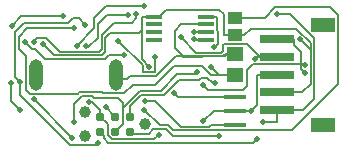
<source format=gbl>
G04*
G04 #@! TF.GenerationSoftware,Altium Limited,Altium Designer,21.6.4 (81)*
G04*
G04 Layer_Physical_Order=2*
G04 Layer_Color=16711680*
%FSLAX44Y44*%
%MOMM*%
G71*
G04*
G04 #@! TF.SameCoordinates,42E99185-249E-4A08-A5EB-3BBFC5BDC6E3*
G04*
G04*
G04 #@! TF.FilePolarity,Positive*
G04*
G01*
G75*
%ADD12C,0.1524*%
%ADD16R,2.9972X0.7112*%
%ADD29R,2.0066X1.1938*%
%ADD34C,0.9910*%
G04:AMPARAMS|DCode=35|XSize=1.147mm|YSize=2.667mm|CornerRadius=0.5735mm|HoleSize=0mm|Usage=FLASHONLY|Rotation=0.000|XOffset=0mm|YOffset=0mm|HoleType=Round|Shape=RoundedRectangle|*
%AMROUNDEDRECTD35*
21,1,1.1470,1.5200,0,0,0.0*
21,1,0.0000,2.6670,0,0,0.0*
1,1,1.1470,0.0000,-0.7600*
1,1,1.1470,0.0000,-0.7600*
1,1,1.1470,0.0000,0.7600*
1,1,1.1470,0.0000,0.7600*
%
%ADD35ROUNDEDRECTD35*%
%ADD36C,0.5080*%
%ADD37C,0.7870*%
%ADD38R,1.3082X1.0057*%
%ADD39R,1.4500X1.1500*%
%ADD40R,1.9000X0.4000*%
%ADD41R,1.3335X0.4318*%
D12*
X180566Y63450D02*
X193900D01*
X173736D02*
X180566D01*
X207264Y33020D02*
X212344Y38100D01*
X194310Y33020D02*
X207264D01*
X208026D01*
X149987Y78994D02*
X184150D01*
X144068D02*
X149987D01*
X150177Y78804D01*
X143256Y85725D02*
X149987Y78994D01*
X93690Y59617D02*
X102886D01*
X258318Y84328D02*
Y90297D01*
X99060Y35226D02*
Y39878D01*
Y21590D02*
Y35226D01*
X244348Y88646D02*
Y93500D01*
X250317Y72390D02*
Y82677D01*
Y67945D02*
Y72390D01*
X253238D01*
X209296D02*
X250317D01*
X212104Y78500D02*
X214870D01*
X18231Y102743D02*
X57658D01*
X11275Y95786D02*
X18231Y102743D01*
X11275Y85245D02*
Y95786D01*
Y85245D02*
X17018Y79502D01*
Y50800D02*
Y79502D01*
Y50800D02*
X20320Y47498D01*
X61085D01*
X62101Y48514D01*
X81355D01*
X82169Y47700D01*
X100419D01*
X107746Y55027D01*
X126557D01*
X142142Y70612D01*
X166574D01*
X173736Y63450D01*
Y70279D02*
X180566Y63450D01*
X159004Y100076D02*
X159460Y99620D01*
X169482D01*
Y112620D02*
X179070D01*
X179324Y89916D01*
X176276Y86868D02*
X179324Y89916D01*
X80010Y27940D02*
Y33274D01*
X72644Y40640D02*
X80010Y33274D01*
X70104Y40640D02*
X72644D01*
X186106Y80950D02*
X193900D01*
X184150Y78994D02*
X186106Y80950D01*
X127304Y62230D02*
X144068Y78994D01*
X105499Y62230D02*
X127304D01*
X102886Y59617D02*
X105499Y62230D01*
X93690Y59617D02*
Y63500D01*
X148506Y106120D02*
X169482D01*
X143256Y100870D02*
X148506Y106120D01*
X143256Y85725D02*
Y100870D01*
X150177Y78804D02*
X184150Y78994D01*
X193900Y80950D01*
X23563Y91254D02*
X26670Y94361D01*
X34485D01*
X45788Y83058D01*
X79248D01*
X81280Y85090D01*
Y96901D01*
X91985Y107606D01*
X106971D01*
X110490Y111125D01*
Y114554D01*
X250825Y48500D02*
X258318Y55993D01*
Y84328D01*
X249174Y93472D02*
X258318Y84328D01*
X115570Y112620D02*
X125159D01*
X115316Y76708D02*
X115570Y112620D01*
X115316Y76708D02*
X121666Y70358D01*
X84836Y35814D02*
X92710Y27940D01*
X229870Y114554D02*
X241046D01*
X261366Y94234D01*
Y43250D02*
Y94234D01*
X251616Y33500D02*
X261366Y43250D01*
X229870Y33500D02*
X251616D01*
X12192Y46355D02*
Y57658D01*
Y46355D02*
X54483Y4064D01*
X77216D01*
X78486Y5334D01*
X160274Y63754D02*
X162306Y65786D01*
X145288Y63754D02*
X160274D01*
X131064Y49530D02*
X145288Y63754D01*
X113364Y49530D02*
X131064D01*
X99060Y35226D02*
X113364Y49530D01*
X92710Y15240D02*
X99060Y21590D01*
X126492Y65786D02*
Y78232D01*
X126238Y65532D02*
X126492Y65786D01*
X116332Y65532D02*
X126238D01*
X116078Y65786D02*
X116332Y65532D01*
X116078Y65786D02*
Y71501D01*
X95123Y92456D02*
X116078Y71501D01*
X173992Y21020D02*
X194310D01*
X172400Y19428D02*
X173992Y21020D01*
X148063Y19428D02*
X172400D01*
X126089Y41402D02*
X148063Y19428D01*
X117602Y41402D02*
X126089D01*
X145928Y45020D02*
X194310D01*
X142748Y48200D02*
X145928Y45020D01*
X253238Y72390D02*
X253492Y72136D01*
X204216Y67310D02*
X209296Y72390D01*
X204216Y53975D02*
Y67310D01*
X200787Y50546D02*
X204216Y53975D01*
X171196Y50546D02*
X200787D01*
X167234Y54508D02*
X171196Y50546D01*
X250317Y67945D02*
X253492Y64770D01*
X244348Y88646D02*
X250317Y82677D01*
X229870Y93500D02*
X244348D01*
X210820Y77216D02*
X212104Y78500D01*
X68146Y87683D02*
Y88138D01*
Y87683D02*
X69215Y86614D01*
X69723D01*
X78105Y94996D01*
Y106680D01*
X85725Y114300D01*
X103886D01*
X60452Y88138D02*
X75057Y102743D01*
Y111601D01*
X85122Y121666D01*
X117094D01*
X117348Y33909D02*
X130683Y20574D01*
X137801D01*
X141995Y16380D01*
X242440D01*
X281432Y55372D01*
Y114046D01*
X274828Y120650D02*
X281432Y114046D01*
X228390Y120650D02*
X274828D01*
X219202Y111462D02*
X228390Y120650D01*
X193900Y111462D02*
X219202D01*
X87630Y80518D02*
X100076D01*
X84074Y76962D02*
X87630Y80518D01*
X33274Y76962D02*
X84074D01*
X25118Y85118D02*
X33274Y76962D01*
X21943Y85118D02*
X25118D01*
X16101Y90960D02*
X21943Y85118D01*
X5080Y105156D02*
X13208Y113284D01*
X48514D01*
X57912Y23876D02*
Y39116D01*
X64262Y45466D01*
X73152D01*
X74930Y43688D01*
X95250D01*
X99060Y39878D01*
X4700Y41391D02*
Y56768D01*
Y41391D02*
X12206Y33885D01*
X115316Y112366D02*
X115570Y112620D01*
X115316Y101600D02*
Y112366D01*
X112522Y98806D02*
X115316Y101600D01*
X88392Y98806D02*
X112522D01*
X84328Y94742D02*
X88392Y98806D01*
X84328Y82804D02*
Y94742D01*
X81534Y80010D02*
X84328Y82804D01*
X41021Y80010D02*
X81534D01*
X31496Y89535D02*
X41021Y80010D01*
X23622Y42672D02*
X56134Y10160D01*
X175324Y56201D02*
X176911D01*
X170688Y60837D02*
X175324Y56201D01*
X165100Y60837D02*
X170688D01*
X163576Y59313D02*
X165100Y60837D01*
X147013Y59313D02*
X163576D01*
X134095Y46395D02*
X147013Y59313D01*
X114540Y46395D02*
X134095D01*
X105410Y37265D02*
X114540Y46395D01*
X105410Y27940D02*
Y37265D01*
X209296Y5842D02*
X212852Y9398D01*
X86995Y5842D02*
X209296D01*
X83312Y9525D02*
X86995Y5842D01*
X83312Y9525D02*
Y11938D01*
X80010Y15240D02*
X83312Y11938D01*
X80010Y27940D02*
X86360Y21590D01*
Y12700D02*
Y21590D01*
Y12700D02*
X90170Y8890D01*
X125730D01*
X129540Y12700D01*
X141986Y11430D02*
X180400D01*
X135890Y17526D02*
X141986Y11430D01*
X124968Y17526D02*
X135890D01*
X120904Y13462D02*
X124968Y17526D01*
X107188Y13462D02*
X120904D01*
X105410Y15240D02*
X107188Y13462D01*
X148209Y95123D02*
X161290Y82042D01*
X182537D01*
X184150Y83655D01*
Y88900D01*
X184404Y89154D01*
X204216D01*
X214870Y78500D01*
X229870D01*
X8227Y61623D02*
X12192Y57658D01*
X8227Y61623D02*
Y99540D01*
X15875Y107188D01*
X52832D01*
X56896Y111252D01*
X61722D01*
X67056Y105918D01*
X212598Y63500D02*
X229870D01*
X212344Y63246D02*
X212598Y63500D01*
X212344Y38100D02*
Y63246D01*
X229870Y23876D02*
Y33500D01*
X229616Y23622D02*
X229870Y23876D01*
X217913Y23622D02*
X229616D01*
X184658Y96938D02*
X193900D01*
X184404Y97192D02*
X184658Y96938D01*
X184404Y97192D02*
Y115189D01*
X180975Y118618D02*
X184404Y115189D01*
X135792Y118618D02*
X180975D01*
X129794Y112620D02*
X135792Y118618D01*
X125159Y112620D02*
X129794D01*
X176022Y33020D02*
X194310D01*
X167386Y24384D02*
X176022Y33020D01*
X229870Y48500D02*
X250825D01*
X245999Y102616D02*
X258318Y90297D01*
X207608Y102616D02*
X245999D01*
X201930Y96938D02*
X207608Y102616D01*
X193900Y96938D02*
X201930D01*
X159864Y93120D02*
X169482D01*
X159512Y93472D02*
X159864Y93120D01*
D16*
X229870Y33500D02*
D03*
Y48500D02*
D03*
Y63500D02*
D03*
Y78500D02*
D03*
Y93500D02*
D03*
D29*
X268890Y21000D02*
D03*
Y106000D02*
D03*
D34*
X118110Y21590D02*
D03*
X67310Y11430D02*
D03*
Y31750D02*
D03*
D35*
X25690Y63500D02*
D03*
X93690D02*
D03*
D36*
X57658Y102743D02*
D03*
X173736Y70279D02*
D03*
X159004Y100076D02*
D03*
X176276Y86868D02*
D03*
X208026Y33020D02*
D03*
X70104Y40640D02*
D03*
X23563Y91254D02*
D03*
X110490Y114554D02*
D03*
X249174Y93472D02*
D03*
X121666Y70358D02*
D03*
X84836Y35814D02*
D03*
X229870Y114554D02*
D03*
X78486Y5334D02*
D03*
X162306Y65786D02*
D03*
X126492Y78232D02*
D03*
X95123Y92456D02*
D03*
X117602Y41402D02*
D03*
X142748Y48200D02*
D03*
X253492Y72136D02*
D03*
X167234Y54508D02*
D03*
X253492Y64770D02*
D03*
X210820Y77216D02*
D03*
X68146Y88138D02*
D03*
X103886Y114300D02*
D03*
X60452Y88138D02*
D03*
X117094Y121666D02*
D03*
X117348Y33909D02*
D03*
X100076Y80518D02*
D03*
X16101Y90960D02*
D03*
X5080Y105156D02*
D03*
X48514Y113284D02*
D03*
X57912Y23876D02*
D03*
X4700Y56768D02*
D03*
X12206Y33885D02*
D03*
X31496Y89535D02*
D03*
X23622Y42672D02*
D03*
X56134Y10160D02*
D03*
X176911Y56201D02*
D03*
X212852Y9398D02*
D03*
X129540Y12700D02*
D03*
X180400Y11430D02*
D03*
X148209Y95123D02*
D03*
X12192Y57658D02*
D03*
X67056Y105918D02*
D03*
X217913Y23622D02*
D03*
X167386Y24384D02*
D03*
X159512Y93472D02*
D03*
D37*
X105410Y15240D02*
D03*
Y27940D02*
D03*
X92710Y15240D02*
D03*
Y27940D02*
D03*
X80010D02*
D03*
Y15240D02*
D03*
D38*
X193900Y111462D02*
D03*
Y96938D02*
D03*
D39*
Y63450D02*
D03*
Y80950D02*
D03*
D40*
X194310Y21020D02*
D03*
Y33020D02*
D03*
Y45020D02*
D03*
D41*
X169482Y112620D02*
D03*
Y106120D02*
D03*
Y99620D02*
D03*
Y93120D02*
D03*
X125159D02*
D03*
Y99620D02*
D03*
Y106120D02*
D03*
Y112620D02*
D03*
M02*

</source>
